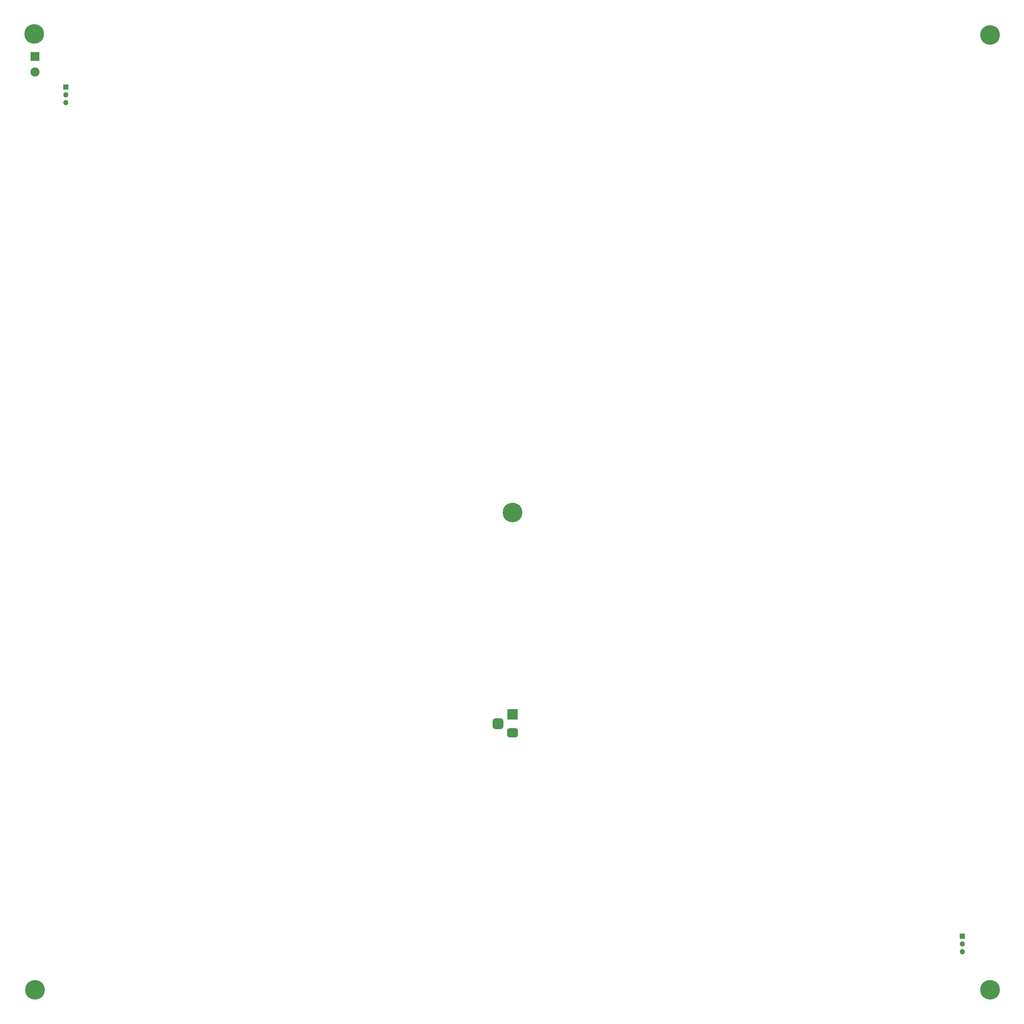
<source format=gbs>
%TF.GenerationSoftware,KiCad,Pcbnew,(6.0.2)*%
%TF.CreationDate,2022-03-14T14:46:00+01:00*%
%TF.ProjectId,Wordclock,576f7264-636c-46f6-936b-2e6b69636164,rev?*%
%TF.SameCoordinates,Original*%
%TF.FileFunction,Soldermask,Bot*%
%TF.FilePolarity,Negative*%
%FSLAX46Y46*%
G04 Gerber Fmt 4.6, Leading zero omitted, Abs format (unit mm)*
G04 Created by KiCad (PCBNEW (6.0.2)) date 2022-03-14 14:46:00*
%MOMM*%
%LPD*%
G01*
G04 APERTURE LIST*
G04 Aperture macros list*
%AMRoundRect*
0 Rectangle with rounded corners*
0 $1 Rounding radius*
0 $2 $3 $4 $5 $6 $7 $8 $9 X,Y pos of 4 corners*
0 Add a 4 corners polygon primitive as box body*
4,1,4,$2,$3,$4,$5,$6,$7,$8,$9,$2,$3,0*
0 Add four circle primitives for the rounded corners*
1,1,$1+$1,$2,$3*
1,1,$1+$1,$4,$5*
1,1,$1+$1,$6,$7*
1,1,$1+$1,$8,$9*
0 Add four rect primitives between the rounded corners*
20,1,$1+$1,$2,$3,$4,$5,0*
20,1,$1+$1,$4,$5,$6,$7,0*
20,1,$1+$1,$6,$7,$8,$9,0*
20,1,$1+$1,$8,$9,$2,$3,0*%
G04 Aperture macros list end*
%ADD10R,3.000000X3.000000*%
%ADD11C,3.000000*%
%ADD12C,0.800000*%
%ADD13C,6.400000*%
%ADD14R,3.500000X3.500000*%
%ADD15RoundRect,0.750000X1.000000X-0.750000X1.000000X0.750000X-1.000000X0.750000X-1.000000X-0.750000X0*%
%ADD16RoundRect,0.875000X0.875000X-0.875000X0.875000X0.875000X-0.875000X0.875000X-0.875000X-0.875000X0*%
%ADD17R,1.700000X1.700000*%
%ADD18O,1.700000X1.700000*%
G04 APERTURE END LIST*
D10*
%TO.C,J4*%
X512000000Y-21500000D03*
D11*
X512000000Y-26580000D03*
%TD*%
D12*
%TO.C,Hole5*%
X666302944Y-172197056D03*
X668000000Y-172900000D03*
X668000000Y-168100000D03*
X665600000Y-170500000D03*
X670400000Y-170500000D03*
D13*
X668000000Y-170500000D03*
D12*
X666302944Y-168802944D03*
X669697056Y-172197056D03*
X669697056Y-168802944D03*
%TD*%
%TO.C,Hole3*%
X509600000Y-326500000D03*
X510302944Y-328197056D03*
X512000000Y-324100000D03*
X514400000Y-326500000D03*
X512000000Y-328900000D03*
X513697056Y-328197056D03*
X510302944Y-324802944D03*
X513697056Y-324802944D03*
D13*
X512000000Y-326500000D03*
%TD*%
D12*
%TO.C,Hole2*%
X825697056Y-16197056D03*
X821600000Y-14500000D03*
X824000000Y-16900000D03*
X824000000Y-12100000D03*
D13*
X824000000Y-14500000D03*
D12*
X822302944Y-12802944D03*
X825697056Y-12802944D03*
X826400000Y-14500000D03*
X822302944Y-16197056D03*
%TD*%
%TO.C,Hole4*%
X822302944Y-324802944D03*
D13*
X824000000Y-326500000D03*
D12*
X822302944Y-328197056D03*
X826400000Y-326500000D03*
X825697056Y-328197056D03*
X821600000Y-326500000D03*
X824000000Y-324100000D03*
X824000000Y-328900000D03*
X825697056Y-324802944D03*
%TD*%
%TO.C,Hole1*%
X511697056Y-11797056D03*
X510000000Y-12500000D03*
X513394112Y-15894112D03*
X514097056Y-14197056D03*
X510000000Y-15894112D03*
X509297056Y-14197056D03*
D13*
X511697056Y-14197056D03*
D12*
X511697056Y-16597056D03*
X513394112Y-12500000D03*
%TD*%
D14*
%TO.C,J1*%
X667957500Y-236500000D03*
D15*
X667957500Y-242500000D03*
D16*
X663257500Y-239500000D03*
%TD*%
D17*
%TO.C,J3*%
X522000000Y-31500000D03*
D18*
X522000000Y-34040000D03*
X522000000Y-36580000D03*
%TD*%
D17*
%TO.C,J2*%
X815000000Y-308975000D03*
D18*
X815000000Y-311515000D03*
X815000000Y-314055000D03*
%TD*%
M02*

</source>
